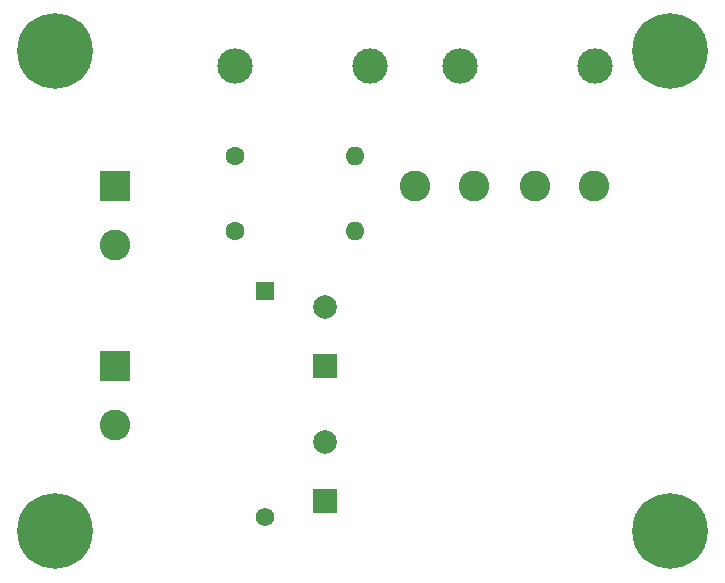
<source format=gbs>
G04 #@! TF.GenerationSoftware,KiCad,Pcbnew,(5.1.9-0-10_14)*
G04 #@! TF.CreationDate,2021-05-14T14:16:07+02:00*
G04 #@! TF.ProjectId,PreAmp_SMPS_Filter,50726541-6d70-45f5-934d-50535f46696c,1.0*
G04 #@! TF.SameCoordinates,Original*
G04 #@! TF.FileFunction,Soldermask,Bot*
G04 #@! TF.FilePolarity,Negative*
%FSLAX46Y46*%
G04 Gerber Fmt 4.6, Leading zero omitted, Abs format (unit mm)*
G04 Created by KiCad (PCBNEW (5.1.9-0-10_14)) date 2021-05-14 14:16:07*
%MOMM*%
%LPD*%
G01*
G04 APERTURE LIST*
%ADD10C,2.000000*%
%ADD11R,2.000000X2.000000*%
%ADD12C,6.400000*%
%ADD13C,0.800000*%
%ADD14C,2.600000*%
%ADD15R,2.600000X2.600000*%
%ADD16R,1.575000X1.575000*%
%ADD17C,1.575000*%
%ADD18C,3.000000*%
%ADD19O,3.000000X3.000000*%
%ADD20C,1.600000*%
%ADD21O,1.600000X1.600000*%
G04 APERTURE END LIST*
D10*
X81280000Y-71200000D03*
D11*
X81280000Y-76200000D03*
D10*
X81280000Y-59770000D03*
D11*
X81280000Y-64770000D03*
D12*
X110490000Y-38100000D03*
D13*
X112890000Y-38100000D03*
X112187056Y-39797056D03*
X110490000Y-40500000D03*
X108792944Y-39797056D03*
X108090000Y-38100000D03*
X108792944Y-36402944D03*
X110490000Y-35700000D03*
X112187056Y-36402944D03*
D12*
X58420000Y-38100000D03*
D13*
X60820000Y-38100000D03*
X60117056Y-39797056D03*
X58420000Y-40500000D03*
X56722944Y-39797056D03*
X56020000Y-38100000D03*
X56722944Y-36402944D03*
X58420000Y-35700000D03*
X60117056Y-36402944D03*
D12*
X58420000Y-78740000D03*
D13*
X60820000Y-78740000D03*
X60117056Y-80437056D03*
X58420000Y-81140000D03*
X56722944Y-80437056D03*
X56020000Y-78740000D03*
X56722944Y-77042944D03*
X58420000Y-76340000D03*
X60117056Y-77042944D03*
X112187056Y-77042944D03*
X110490000Y-76340000D03*
X108792944Y-77042944D03*
X108090000Y-78740000D03*
X108792944Y-80437056D03*
X110490000Y-81140000D03*
X112187056Y-80437056D03*
X112890000Y-78740000D03*
D12*
X110490000Y-78740000D03*
D14*
X104060000Y-49530000D03*
X99060000Y-49530000D03*
D15*
X63500000Y-49530000D03*
D14*
X63500000Y-54530000D03*
D16*
X76200000Y-58420000D03*
D17*
X76200000Y-77520000D03*
D14*
X63500000Y-69770000D03*
D15*
X63500000Y-64770000D03*
D14*
X88900000Y-49530000D03*
X93900000Y-49530000D03*
D18*
X85090000Y-39370000D03*
D19*
X73690000Y-39370000D03*
D20*
X73660000Y-46990000D03*
D21*
X83820000Y-46990000D03*
D19*
X92740000Y-39370000D03*
D18*
X104140000Y-39370000D03*
D21*
X83820000Y-53340000D03*
D20*
X73660000Y-53340000D03*
M02*

</source>
